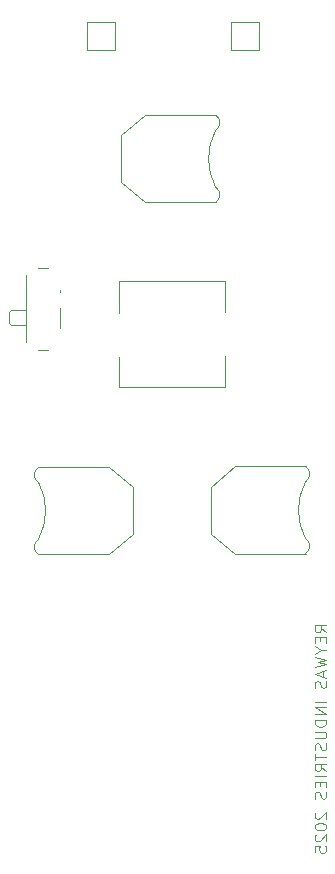
<source format=gbr>
%TF.GenerationSoftware,KiCad,Pcbnew,7.0.11*%
%TF.CreationDate,2025-03-07T22:39:12-08:00*%
%TF.ProjectId,enderman,656e6465-726d-4616-9e2e-6b696361645f,0.2*%
%TF.SameCoordinates,PX6ed1240PY84f1340*%
%TF.FileFunction,Legend,Bot*%
%TF.FilePolarity,Positive*%
%FSLAX46Y46*%
G04 Gerber Fmt 4.6, Leading zero omitted, Abs format (unit mm)*
G04 Created by KiCad (PCBNEW 7.0.11) date 2025-03-07 22:39:12*
%MOMM*%
%LPD*%
G01*
G04 APERTURE LIST*
%ADD10C,0.100000*%
%ADD11C,0.120000*%
G04 APERTURE END LIST*
D10*
X35472419Y46924688D02*
X34996228Y47258021D01*
X35472419Y47496116D02*
X34472419Y47496116D01*
X34472419Y47496116D02*
X34472419Y47115164D01*
X34472419Y47115164D02*
X34520038Y47019926D01*
X34520038Y47019926D02*
X34567657Y46972307D01*
X34567657Y46972307D02*
X34662895Y46924688D01*
X34662895Y46924688D02*
X34805752Y46924688D01*
X34805752Y46924688D02*
X34900990Y46972307D01*
X34900990Y46972307D02*
X34948609Y47019926D01*
X34948609Y47019926D02*
X34996228Y47115164D01*
X34996228Y47115164D02*
X34996228Y47496116D01*
X34948609Y46496116D02*
X34948609Y46162783D01*
X35472419Y46019926D02*
X35472419Y46496116D01*
X35472419Y46496116D02*
X34472419Y46496116D01*
X34472419Y46496116D02*
X34472419Y46019926D01*
X34996228Y45400878D02*
X35472419Y45400878D01*
X34472419Y45734211D02*
X34996228Y45400878D01*
X34996228Y45400878D02*
X34472419Y45067545D01*
X34472419Y44829449D02*
X35472419Y44591354D01*
X35472419Y44591354D02*
X34758133Y44400878D01*
X34758133Y44400878D02*
X35472419Y44210402D01*
X35472419Y44210402D02*
X34472419Y43972306D01*
X35186704Y43638973D02*
X35186704Y43162783D01*
X35472419Y43734211D02*
X34472419Y43400878D01*
X34472419Y43400878D02*
X35472419Y43067545D01*
X35424800Y42781830D02*
X35472419Y42638973D01*
X35472419Y42638973D02*
X35472419Y42400878D01*
X35472419Y42400878D02*
X35424800Y42305640D01*
X35424800Y42305640D02*
X35377180Y42258021D01*
X35377180Y42258021D02*
X35281942Y42210402D01*
X35281942Y42210402D02*
X35186704Y42210402D01*
X35186704Y42210402D02*
X35091466Y42258021D01*
X35091466Y42258021D02*
X35043847Y42305640D01*
X35043847Y42305640D02*
X34996228Y42400878D01*
X34996228Y42400878D02*
X34948609Y42591354D01*
X34948609Y42591354D02*
X34900990Y42686592D01*
X34900990Y42686592D02*
X34853371Y42734211D01*
X34853371Y42734211D02*
X34758133Y42781830D01*
X34758133Y42781830D02*
X34662895Y42781830D01*
X34662895Y42781830D02*
X34567657Y42734211D01*
X34567657Y42734211D02*
X34520038Y42686592D01*
X34520038Y42686592D02*
X34472419Y42591354D01*
X34472419Y42591354D02*
X34472419Y42353259D01*
X34472419Y42353259D02*
X34520038Y42210402D01*
X35472419Y41019925D02*
X34472419Y41019925D01*
X35472419Y40543735D02*
X34472419Y40543735D01*
X34472419Y40543735D02*
X35472419Y39972307D01*
X35472419Y39972307D02*
X34472419Y39972307D01*
X35472419Y39496116D02*
X34472419Y39496116D01*
X34472419Y39496116D02*
X34472419Y39258021D01*
X34472419Y39258021D02*
X34520038Y39115164D01*
X34520038Y39115164D02*
X34615276Y39019926D01*
X34615276Y39019926D02*
X34710514Y38972307D01*
X34710514Y38972307D02*
X34900990Y38924688D01*
X34900990Y38924688D02*
X35043847Y38924688D01*
X35043847Y38924688D02*
X35234323Y38972307D01*
X35234323Y38972307D02*
X35329561Y39019926D01*
X35329561Y39019926D02*
X35424800Y39115164D01*
X35424800Y39115164D02*
X35472419Y39258021D01*
X35472419Y39258021D02*
X35472419Y39496116D01*
X34472419Y38496116D02*
X35281942Y38496116D01*
X35281942Y38496116D02*
X35377180Y38448497D01*
X35377180Y38448497D02*
X35424800Y38400878D01*
X35424800Y38400878D02*
X35472419Y38305640D01*
X35472419Y38305640D02*
X35472419Y38115164D01*
X35472419Y38115164D02*
X35424800Y38019926D01*
X35424800Y38019926D02*
X35377180Y37972307D01*
X35377180Y37972307D02*
X35281942Y37924688D01*
X35281942Y37924688D02*
X34472419Y37924688D01*
X35424800Y37496116D02*
X35472419Y37353259D01*
X35472419Y37353259D02*
X35472419Y37115164D01*
X35472419Y37115164D02*
X35424800Y37019926D01*
X35424800Y37019926D02*
X35377180Y36972307D01*
X35377180Y36972307D02*
X35281942Y36924688D01*
X35281942Y36924688D02*
X35186704Y36924688D01*
X35186704Y36924688D02*
X35091466Y36972307D01*
X35091466Y36972307D02*
X35043847Y37019926D01*
X35043847Y37019926D02*
X34996228Y37115164D01*
X34996228Y37115164D02*
X34948609Y37305640D01*
X34948609Y37305640D02*
X34900990Y37400878D01*
X34900990Y37400878D02*
X34853371Y37448497D01*
X34853371Y37448497D02*
X34758133Y37496116D01*
X34758133Y37496116D02*
X34662895Y37496116D01*
X34662895Y37496116D02*
X34567657Y37448497D01*
X34567657Y37448497D02*
X34520038Y37400878D01*
X34520038Y37400878D02*
X34472419Y37305640D01*
X34472419Y37305640D02*
X34472419Y37067545D01*
X34472419Y37067545D02*
X34520038Y36924688D01*
X34472419Y36638973D02*
X34472419Y36067545D01*
X35472419Y36353259D02*
X34472419Y36353259D01*
X35472419Y35162783D02*
X34996228Y35496116D01*
X35472419Y35734211D02*
X34472419Y35734211D01*
X34472419Y35734211D02*
X34472419Y35353259D01*
X34472419Y35353259D02*
X34520038Y35258021D01*
X34520038Y35258021D02*
X34567657Y35210402D01*
X34567657Y35210402D02*
X34662895Y35162783D01*
X34662895Y35162783D02*
X34805752Y35162783D01*
X34805752Y35162783D02*
X34900990Y35210402D01*
X34900990Y35210402D02*
X34948609Y35258021D01*
X34948609Y35258021D02*
X34996228Y35353259D01*
X34996228Y35353259D02*
X34996228Y35734211D01*
X35472419Y34734211D02*
X34472419Y34734211D01*
X34948609Y34258021D02*
X34948609Y33924688D01*
X35472419Y33781831D02*
X35472419Y34258021D01*
X35472419Y34258021D02*
X34472419Y34258021D01*
X34472419Y34258021D02*
X34472419Y33781831D01*
X35424800Y33400878D02*
X35472419Y33258021D01*
X35472419Y33258021D02*
X35472419Y33019926D01*
X35472419Y33019926D02*
X35424800Y32924688D01*
X35424800Y32924688D02*
X35377180Y32877069D01*
X35377180Y32877069D02*
X35281942Y32829450D01*
X35281942Y32829450D02*
X35186704Y32829450D01*
X35186704Y32829450D02*
X35091466Y32877069D01*
X35091466Y32877069D02*
X35043847Y32924688D01*
X35043847Y32924688D02*
X34996228Y33019926D01*
X34996228Y33019926D02*
X34948609Y33210402D01*
X34948609Y33210402D02*
X34900990Y33305640D01*
X34900990Y33305640D02*
X34853371Y33353259D01*
X34853371Y33353259D02*
X34758133Y33400878D01*
X34758133Y33400878D02*
X34662895Y33400878D01*
X34662895Y33400878D02*
X34567657Y33353259D01*
X34567657Y33353259D02*
X34520038Y33305640D01*
X34520038Y33305640D02*
X34472419Y33210402D01*
X34472419Y33210402D02*
X34472419Y32972307D01*
X34472419Y32972307D02*
X34520038Y32829450D01*
X34567657Y31686592D02*
X34520038Y31638973D01*
X34520038Y31638973D02*
X34472419Y31543735D01*
X34472419Y31543735D02*
X34472419Y31305640D01*
X34472419Y31305640D02*
X34520038Y31210402D01*
X34520038Y31210402D02*
X34567657Y31162783D01*
X34567657Y31162783D02*
X34662895Y31115164D01*
X34662895Y31115164D02*
X34758133Y31115164D01*
X34758133Y31115164D02*
X34900990Y31162783D01*
X34900990Y31162783D02*
X35472419Y31734211D01*
X35472419Y31734211D02*
X35472419Y31115164D01*
X34472419Y30496116D02*
X34472419Y30400878D01*
X34472419Y30400878D02*
X34520038Y30305640D01*
X34520038Y30305640D02*
X34567657Y30258021D01*
X34567657Y30258021D02*
X34662895Y30210402D01*
X34662895Y30210402D02*
X34853371Y30162783D01*
X34853371Y30162783D02*
X35091466Y30162783D01*
X35091466Y30162783D02*
X35281942Y30210402D01*
X35281942Y30210402D02*
X35377180Y30258021D01*
X35377180Y30258021D02*
X35424800Y30305640D01*
X35424800Y30305640D02*
X35472419Y30400878D01*
X35472419Y30400878D02*
X35472419Y30496116D01*
X35472419Y30496116D02*
X35424800Y30591354D01*
X35424800Y30591354D02*
X35377180Y30638973D01*
X35377180Y30638973D02*
X35281942Y30686592D01*
X35281942Y30686592D02*
X35091466Y30734211D01*
X35091466Y30734211D02*
X34853371Y30734211D01*
X34853371Y30734211D02*
X34662895Y30686592D01*
X34662895Y30686592D02*
X34567657Y30638973D01*
X34567657Y30638973D02*
X34520038Y30591354D01*
X34520038Y30591354D02*
X34472419Y30496116D01*
X34567657Y29781830D02*
X34520038Y29734211D01*
X34520038Y29734211D02*
X34472419Y29638973D01*
X34472419Y29638973D02*
X34472419Y29400878D01*
X34472419Y29400878D02*
X34520038Y29305640D01*
X34520038Y29305640D02*
X34567657Y29258021D01*
X34567657Y29258021D02*
X34662895Y29210402D01*
X34662895Y29210402D02*
X34758133Y29210402D01*
X34758133Y29210402D02*
X34900990Y29258021D01*
X34900990Y29258021D02*
X35472419Y29829449D01*
X35472419Y29829449D02*
X35472419Y29210402D01*
X34472419Y28305640D02*
X34472419Y28781830D01*
X34472419Y28781830D02*
X34948609Y28829449D01*
X34948609Y28829449D02*
X34900990Y28781830D01*
X34900990Y28781830D02*
X34853371Y28686592D01*
X34853371Y28686592D02*
X34853371Y28448497D01*
X34853371Y28448497D02*
X34900990Y28353259D01*
X34900990Y28353259D02*
X34948609Y28305640D01*
X34948609Y28305640D02*
X35043847Y28258021D01*
X35043847Y28258021D02*
X35281942Y28258021D01*
X35281942Y28258021D02*
X35377180Y28305640D01*
X35377180Y28305640D02*
X35424800Y28353259D01*
X35424800Y28353259D02*
X35472419Y28448497D01*
X35472419Y28448497D02*
X35472419Y28686592D01*
X35472419Y28686592D02*
X35424800Y28781830D01*
X35424800Y28781830D02*
X35377180Y28829449D01*
D11*
%TO.C,BT2*%
X33700000Y53550000D02*
X27700000Y53550000D01*
X25700000Y55250000D02*
X27700000Y53550000D01*
X25700000Y55250000D02*
X25700000Y59250000D01*
X25700000Y59250000D02*
X27700000Y60950000D01*
X33700000Y60950000D02*
X27700000Y60950000D01*
X33690673Y53544352D02*
G75*
G03*
X33700000Y54850000I-390674J655648D01*
G01*
X33695415Y59641383D02*
G75*
G03*
X33700000Y54850000I4504582J-2391383D01*
G01*
X33693972Y59642627D02*
G75*
G03*
X33700000Y60953723I-393972J657373D01*
G01*
%TO.C,BT3*%
X26087500Y83300000D02*
X20087500Y83300000D01*
X18087500Y85000000D02*
X20087500Y83300000D01*
X18087500Y85000000D02*
X18087500Y89000000D01*
X18087500Y89000000D02*
X20087500Y90700000D01*
X26087500Y90700000D02*
X20087500Y90700000D01*
X26078173Y83294352D02*
G75*
G03*
X26087500Y84600000I-390674J655648D01*
G01*
X26082915Y89391383D02*
G75*
G03*
X26087500Y84600000I4504582J-2391383D01*
G01*
X26081472Y89392627D02*
G75*
G03*
X26087500Y90703723I-393972J657373D01*
G01*
%TO.C,TP1*%
X29800000Y96200000D02*
X29800000Y98600000D01*
X29800000Y98600000D02*
X27400000Y98600000D01*
X27400000Y96200000D02*
X29800000Y96200000D01*
X27400000Y98600000D02*
X27400000Y96200000D01*
%TO.C,BT1*%
X11100000Y60900000D02*
X17100000Y60900000D01*
X19100000Y59200000D02*
X17100000Y60900000D01*
X19100000Y59200000D02*
X19100000Y55200000D01*
X19100000Y55200000D02*
X17100000Y53500000D01*
X11100000Y53500000D02*
X17100000Y53500000D01*
X11109327Y60905648D02*
G75*
G03*
X11100000Y59600000I390674J-655648D01*
G01*
X11104585Y54808617D02*
G75*
G03*
X11100000Y59600000I-4504582J2391383D01*
G01*
X11106028Y54807373D02*
G75*
G03*
X11100000Y53496277I393972J-657373D01*
G01*
%TO.C,TP2*%
X17600000Y96200000D02*
X17600000Y98600000D01*
X17600000Y98600000D02*
X15200000Y98600000D01*
X15200000Y96200000D02*
X17600000Y96200000D01*
X15200000Y98600000D02*
X15200000Y96200000D01*
%TO.C,SW1*%
X11870000Y70850000D02*
X11080000Y70850000D01*
X10070000Y71450000D02*
X10070000Y77150000D01*
X12920000Y72700000D02*
X12920000Y74400000D01*
X8780000Y72900000D02*
X8570000Y73100000D01*
X10070000Y72900000D02*
X8780000Y72900000D01*
X8570000Y73100000D02*
X8570000Y74000000D01*
X8780000Y74200000D02*
X8570000Y74000000D01*
X8780000Y74200000D02*
X10070000Y74200000D01*
X12920000Y75700000D02*
X12920000Y75900000D01*
X11080000Y77750000D02*
X11870000Y77750000D01*
%TO.C,LS1*%
X26900000Y67687500D02*
X26900000Y70262500D01*
X26900000Y67687500D02*
X17900000Y67687500D01*
X26900000Y76687500D02*
X26900000Y73987500D01*
X17900000Y67687500D02*
X17900000Y70237500D01*
X17900000Y76687500D02*
X26900000Y76687500D01*
X17900000Y76687500D02*
X17900000Y73962500D01*
%TD*%
M02*

</source>
